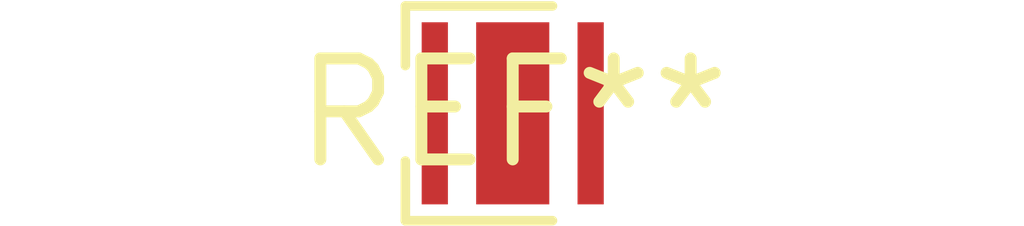
<source format=kicad_pcb>
(kicad_pcb (version 20240108) (generator pcbnew)
  (layers (0 "F.Cu" signal) (31 "B.Cu" signal) (34 "B.Paste" user) (35 "F.Paste" user) (36 "B.SilkS" user "B.Silkscreen") (37 "F.SilkS" user "F.Silkscreen") (38 "B.Mask" user) (39 "F.Mask" user) (44 "Edge.Cuts" user))
  (net 0 "")
  (footprint "LED_Cree-XB" (layer "F.Cu") (at 0 0)
    (property "Reference" "REF**")
    (property "Value" "LED_Cree-XB")
    (fp_line (start -1.35 -1.35) (end -1.35 -0.6) (layer "F.SilkS") (stroke (width 0.12)))
    (fp_line (start -1.35 1.35) (end -1.35 0.6) (layer "F.SilkS") (stroke (width 0.12)))
    (fp_line (start 0.5 -1.35) (end -1.35 -1.35) (layer "F.SilkS") (stroke (width 0.12)))
    (fp_line (start 0.5 1.35) (end -1.35 1.35) (layer "F.SilkS") (stroke (width 0.12)))
    (pad "1" smd rect (at -0.98 0) (size 0.33 2.29) (layers "F.Cu" "F.Paste" "F.Mask"))
    (pad "2" smd rect (at 0.98 0) (size 0.33 2.29) (layers "F.Cu" "F.Paste" "F.Mask"))
    (pad "3" smd rect (at 0 0) (size 0.92 2.29) (layers "F.Cu" "F.Mask"))
  )
)
</source>
